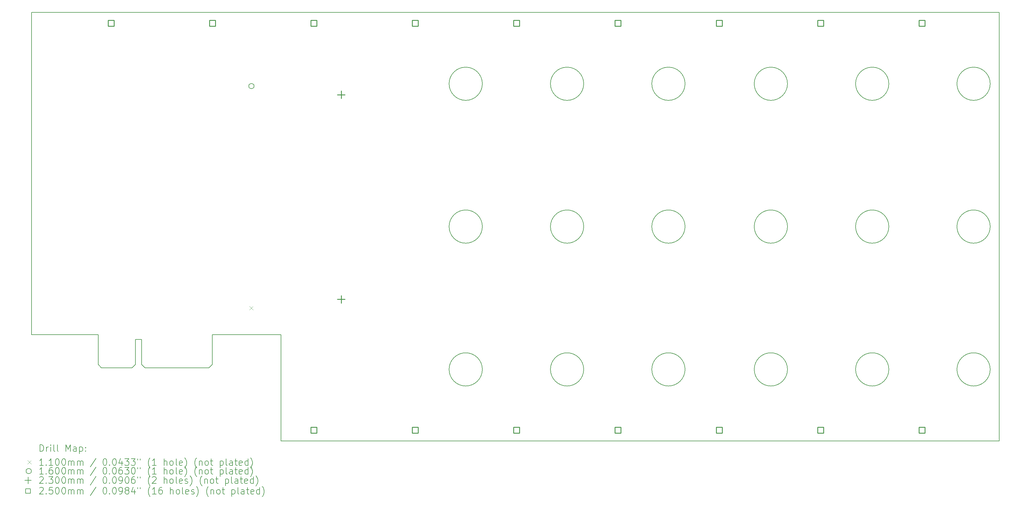
<source format=gbr>
%TF.GenerationSoftware,KiCad,Pcbnew,6.0.7-f9a2dced07~116~ubuntu22.04.1*%
%TF.CreationDate,2023-05-31T10:56:23+01:00*%
%TF.ProjectId,hiltop_backplane_brd,68696c74-6f70-45f6-9261-636b706c616e,A*%
%TF.SameCoordinates,Original*%
%TF.FileFunction,Drillmap*%
%TF.FilePolarity,Positive*%
%FSLAX45Y45*%
G04 Gerber Fmt 4.5, Leading zero omitted, Abs format (unit mm)*
G04 Created by KiCad (PCBNEW 6.0.7-f9a2dced07~116~ubuntu22.04.1) date 2023-05-31 10:56:23*
%MOMM*%
%LPD*%
G01*
G04 APERTURE LIST*
%ADD10C,0.150000*%
%ADD11C,0.200000*%
%ADD12C,0.110000*%
%ADD13C,0.160000*%
%ADD14C,0.230000*%
%ADD15C,0.250000*%
G04 APERTURE END LIST*
D10*
X17984000Y-5070000D02*
G75*
G03*
X17984000Y-5070000I-500000J0D01*
G01*
X21032000Y-5070000D02*
G75*
G03*
X21032000Y-5070000I-500000J0D01*
G01*
X24080000Y-5070000D02*
G75*
G03*
X24080000Y-5070000I-500000J0D01*
G01*
X21032000Y-9370000D02*
G75*
G03*
X21032000Y-9370000I-500000J0D01*
G01*
X24080000Y-9370000D02*
G75*
G03*
X24080000Y-9370000I-500000J0D01*
G01*
X17984000Y-13670000D02*
G75*
G03*
X17984000Y-13670000I-500000J0D01*
G01*
X21032000Y-13670000D02*
G75*
G03*
X21032000Y-13670000I-500000J0D01*
G01*
X24080000Y-13670000D02*
G75*
G03*
X24080000Y-13670000I-500000J0D01*
G01*
X17984000Y-9370000D02*
G75*
G03*
X17984000Y-9370000I-500000J0D01*
G01*
X27160000Y-13670000D02*
G75*
G03*
X27160000Y-13670000I-500000J0D01*
G01*
X6530000Y-13620000D02*
X7450000Y-13620000D01*
X7550000Y-13520000D02*
X7550000Y-12770000D01*
X9860000Y-12620000D02*
X11930000Y-12620000D01*
X30208000Y-13670000D02*
G75*
G03*
X30208000Y-13670000I-500000J0D01*
G01*
X33256000Y-9370000D02*
G75*
G03*
X33256000Y-9370000I-500000J0D01*
G01*
X7550000Y-13520000D02*
X7450000Y-13620000D01*
X9760000Y-13620000D02*
X9860000Y-13520000D01*
X33256000Y-5070000D02*
G75*
G03*
X33256000Y-5070000I-500000J0D01*
G01*
X27160000Y-5070000D02*
G75*
G03*
X27160000Y-5070000I-500000J0D01*
G01*
X30208000Y-9370000D02*
G75*
G03*
X30208000Y-9370000I-500000J0D01*
G01*
X4430000Y-2920000D02*
X33530000Y-2920000D01*
X6430000Y-13520000D02*
X6430000Y-12620000D01*
X27160000Y-9370000D02*
G75*
G03*
X27160000Y-9370000I-500000J0D01*
G01*
X33256000Y-13670000D02*
G75*
G03*
X33256000Y-13670000I-500000J0D01*
G01*
X7740000Y-13520000D02*
X7840000Y-13620000D01*
X11930000Y-13620000D02*
X11930000Y-15820000D01*
X4430000Y-12620000D02*
X4430000Y-2920000D01*
X11930000Y-12620000D02*
X11930000Y-13620000D01*
X7840000Y-13620000D02*
X9760000Y-13620000D01*
X6430000Y-13520000D02*
X6530000Y-13620000D01*
X7550000Y-12770000D02*
X7740000Y-12770000D01*
X9860000Y-13520000D02*
X9860000Y-12770000D01*
X33530000Y-2920000D02*
X33530000Y-15820000D01*
X30208000Y-5070000D02*
G75*
G03*
X30208000Y-5070000I-500000J0D01*
G01*
X9860000Y-12770000D02*
X9860000Y-12620000D01*
X33530000Y-15820000D02*
X11930000Y-15820000D01*
X7740000Y-12770000D02*
X7740000Y-13520000D01*
X6430000Y-12620000D02*
X4430000Y-12620000D01*
D11*
D12*
X10985000Y-11765000D02*
X11095000Y-11875000D01*
X11095000Y-11765000D02*
X10985000Y-11875000D01*
D13*
X11120000Y-5140000D02*
G75*
G03*
X11120000Y-5140000I-80000J0D01*
G01*
D14*
X13740000Y-5285000D02*
X13740000Y-5515000D01*
X13625000Y-5400000D02*
X13855000Y-5400000D01*
X13740000Y-11445000D02*
X13740000Y-11675000D01*
X13625000Y-11560000D02*
X13855000Y-11560000D01*
D15*
X6904389Y-3333389D02*
X6904389Y-3156611D01*
X6727611Y-3156611D01*
X6727611Y-3333389D01*
X6904389Y-3333389D01*
X9952389Y-3333389D02*
X9952389Y-3156611D01*
X9775611Y-3156611D01*
X9775611Y-3333389D01*
X9952389Y-3333389D01*
X13000389Y-3333389D02*
X13000389Y-3156611D01*
X12823611Y-3156611D01*
X12823611Y-3333389D01*
X13000389Y-3333389D01*
X13000389Y-15583389D02*
X13000389Y-15406611D01*
X12823611Y-15406611D01*
X12823611Y-15583389D01*
X13000389Y-15583389D01*
X16048389Y-3333389D02*
X16048389Y-3156611D01*
X15871611Y-3156611D01*
X15871611Y-3333389D01*
X16048389Y-3333389D01*
X16048389Y-15583389D02*
X16048389Y-15406611D01*
X15871611Y-15406611D01*
X15871611Y-15583389D01*
X16048389Y-15583389D01*
X19096389Y-3333389D02*
X19096389Y-3156611D01*
X18919611Y-3156611D01*
X18919611Y-3333389D01*
X19096389Y-3333389D01*
X19096389Y-15583389D02*
X19096389Y-15406611D01*
X18919611Y-15406611D01*
X18919611Y-15583389D01*
X19096389Y-15583389D01*
X22144389Y-3333389D02*
X22144389Y-3156611D01*
X21967611Y-3156611D01*
X21967611Y-3333389D01*
X22144389Y-3333389D01*
X22144389Y-15583389D02*
X22144389Y-15406611D01*
X21967611Y-15406611D01*
X21967611Y-15583389D01*
X22144389Y-15583389D01*
X25192389Y-3333389D02*
X25192389Y-3156611D01*
X25015611Y-3156611D01*
X25015611Y-3333389D01*
X25192389Y-3333389D01*
X25192389Y-15583389D02*
X25192389Y-15406611D01*
X25015611Y-15406611D01*
X25015611Y-15583389D01*
X25192389Y-15583389D01*
X28240389Y-3333389D02*
X28240389Y-3156611D01*
X28063611Y-3156611D01*
X28063611Y-3333389D01*
X28240389Y-3333389D01*
X28240389Y-15583389D02*
X28240389Y-15406611D01*
X28063611Y-15406611D01*
X28063611Y-15583389D01*
X28240389Y-15583389D01*
X31288389Y-3333389D02*
X31288389Y-3156611D01*
X31111611Y-3156611D01*
X31111611Y-3333389D01*
X31288389Y-3333389D01*
X31288389Y-15583389D02*
X31288389Y-15406611D01*
X31111611Y-15406611D01*
X31111611Y-15583389D01*
X31288389Y-15583389D01*
D11*
X4680119Y-16137976D02*
X4680119Y-15937976D01*
X4727738Y-15937976D01*
X4756310Y-15947500D01*
X4775357Y-15966548D01*
X4784881Y-15985595D01*
X4794405Y-16023690D01*
X4794405Y-16052262D01*
X4784881Y-16090357D01*
X4775357Y-16109405D01*
X4756310Y-16128452D01*
X4727738Y-16137976D01*
X4680119Y-16137976D01*
X4880119Y-16137976D02*
X4880119Y-16004643D01*
X4880119Y-16042738D02*
X4889643Y-16023690D01*
X4899167Y-16014167D01*
X4918214Y-16004643D01*
X4937262Y-16004643D01*
X5003929Y-16137976D02*
X5003929Y-16004643D01*
X5003929Y-15937976D02*
X4994405Y-15947500D01*
X5003929Y-15957024D01*
X5013452Y-15947500D01*
X5003929Y-15937976D01*
X5003929Y-15957024D01*
X5127738Y-16137976D02*
X5108690Y-16128452D01*
X5099167Y-16109405D01*
X5099167Y-15937976D01*
X5232500Y-16137976D02*
X5213452Y-16128452D01*
X5203929Y-16109405D01*
X5203929Y-15937976D01*
X5461071Y-16137976D02*
X5461071Y-15937976D01*
X5527738Y-16080833D01*
X5594405Y-15937976D01*
X5594405Y-16137976D01*
X5775357Y-16137976D02*
X5775357Y-16033214D01*
X5765833Y-16014167D01*
X5746786Y-16004643D01*
X5708690Y-16004643D01*
X5689643Y-16014167D01*
X5775357Y-16128452D02*
X5756309Y-16137976D01*
X5708690Y-16137976D01*
X5689643Y-16128452D01*
X5680119Y-16109405D01*
X5680119Y-16090357D01*
X5689643Y-16071309D01*
X5708690Y-16061786D01*
X5756309Y-16061786D01*
X5775357Y-16052262D01*
X5870595Y-16004643D02*
X5870595Y-16204643D01*
X5870595Y-16014167D02*
X5889643Y-16004643D01*
X5927738Y-16004643D01*
X5946786Y-16014167D01*
X5956309Y-16023690D01*
X5965833Y-16042738D01*
X5965833Y-16099881D01*
X5956309Y-16118928D01*
X5946786Y-16128452D01*
X5927738Y-16137976D01*
X5889643Y-16137976D01*
X5870595Y-16128452D01*
X6051548Y-16118928D02*
X6061071Y-16128452D01*
X6051548Y-16137976D01*
X6042024Y-16128452D01*
X6051548Y-16118928D01*
X6051548Y-16137976D01*
X6051548Y-16014167D02*
X6061071Y-16023690D01*
X6051548Y-16033214D01*
X6042024Y-16023690D01*
X6051548Y-16014167D01*
X6051548Y-16033214D01*
D12*
X4312500Y-16412500D02*
X4422500Y-16522500D01*
X4422500Y-16412500D02*
X4312500Y-16522500D01*
D11*
X4784881Y-16557976D02*
X4670595Y-16557976D01*
X4727738Y-16557976D02*
X4727738Y-16357976D01*
X4708690Y-16386548D01*
X4689643Y-16405595D01*
X4670595Y-16415119D01*
X4870595Y-16538928D02*
X4880119Y-16548452D01*
X4870595Y-16557976D01*
X4861071Y-16548452D01*
X4870595Y-16538928D01*
X4870595Y-16557976D01*
X5070595Y-16557976D02*
X4956310Y-16557976D01*
X5013452Y-16557976D02*
X5013452Y-16357976D01*
X4994405Y-16386548D01*
X4975357Y-16405595D01*
X4956310Y-16415119D01*
X5194405Y-16357976D02*
X5213452Y-16357976D01*
X5232500Y-16367500D01*
X5242024Y-16377024D01*
X5251548Y-16396071D01*
X5261071Y-16434167D01*
X5261071Y-16481786D01*
X5251548Y-16519881D01*
X5242024Y-16538928D01*
X5232500Y-16548452D01*
X5213452Y-16557976D01*
X5194405Y-16557976D01*
X5175357Y-16548452D01*
X5165833Y-16538928D01*
X5156310Y-16519881D01*
X5146786Y-16481786D01*
X5146786Y-16434167D01*
X5156310Y-16396071D01*
X5165833Y-16377024D01*
X5175357Y-16367500D01*
X5194405Y-16357976D01*
X5384881Y-16357976D02*
X5403929Y-16357976D01*
X5422976Y-16367500D01*
X5432500Y-16377024D01*
X5442024Y-16396071D01*
X5451548Y-16434167D01*
X5451548Y-16481786D01*
X5442024Y-16519881D01*
X5432500Y-16538928D01*
X5422976Y-16548452D01*
X5403929Y-16557976D01*
X5384881Y-16557976D01*
X5365833Y-16548452D01*
X5356310Y-16538928D01*
X5346786Y-16519881D01*
X5337262Y-16481786D01*
X5337262Y-16434167D01*
X5346786Y-16396071D01*
X5356310Y-16377024D01*
X5365833Y-16367500D01*
X5384881Y-16357976D01*
X5537262Y-16557976D02*
X5537262Y-16424643D01*
X5537262Y-16443690D02*
X5546786Y-16434167D01*
X5565833Y-16424643D01*
X5594405Y-16424643D01*
X5613452Y-16434167D01*
X5622976Y-16453214D01*
X5622976Y-16557976D01*
X5622976Y-16453214D02*
X5632500Y-16434167D01*
X5651548Y-16424643D01*
X5680119Y-16424643D01*
X5699167Y-16434167D01*
X5708690Y-16453214D01*
X5708690Y-16557976D01*
X5803928Y-16557976D02*
X5803928Y-16424643D01*
X5803928Y-16443690D02*
X5813452Y-16434167D01*
X5832500Y-16424643D01*
X5861071Y-16424643D01*
X5880119Y-16434167D01*
X5889643Y-16453214D01*
X5889643Y-16557976D01*
X5889643Y-16453214D02*
X5899167Y-16434167D01*
X5918214Y-16424643D01*
X5946786Y-16424643D01*
X5965833Y-16434167D01*
X5975357Y-16453214D01*
X5975357Y-16557976D01*
X6365833Y-16348452D02*
X6194405Y-16605595D01*
X6622976Y-16357976D02*
X6642024Y-16357976D01*
X6661071Y-16367500D01*
X6670595Y-16377024D01*
X6680119Y-16396071D01*
X6689643Y-16434167D01*
X6689643Y-16481786D01*
X6680119Y-16519881D01*
X6670595Y-16538928D01*
X6661071Y-16548452D01*
X6642024Y-16557976D01*
X6622976Y-16557976D01*
X6603928Y-16548452D01*
X6594405Y-16538928D01*
X6584881Y-16519881D01*
X6575357Y-16481786D01*
X6575357Y-16434167D01*
X6584881Y-16396071D01*
X6594405Y-16377024D01*
X6603928Y-16367500D01*
X6622976Y-16357976D01*
X6775357Y-16538928D02*
X6784881Y-16548452D01*
X6775357Y-16557976D01*
X6765833Y-16548452D01*
X6775357Y-16538928D01*
X6775357Y-16557976D01*
X6908690Y-16357976D02*
X6927738Y-16357976D01*
X6946786Y-16367500D01*
X6956309Y-16377024D01*
X6965833Y-16396071D01*
X6975357Y-16434167D01*
X6975357Y-16481786D01*
X6965833Y-16519881D01*
X6956309Y-16538928D01*
X6946786Y-16548452D01*
X6927738Y-16557976D01*
X6908690Y-16557976D01*
X6889643Y-16548452D01*
X6880119Y-16538928D01*
X6870595Y-16519881D01*
X6861071Y-16481786D01*
X6861071Y-16434167D01*
X6870595Y-16396071D01*
X6880119Y-16377024D01*
X6889643Y-16367500D01*
X6908690Y-16357976D01*
X7146786Y-16424643D02*
X7146786Y-16557976D01*
X7099167Y-16348452D02*
X7051548Y-16491309D01*
X7175357Y-16491309D01*
X7232500Y-16357976D02*
X7356309Y-16357976D01*
X7289643Y-16434167D01*
X7318214Y-16434167D01*
X7337262Y-16443690D01*
X7346786Y-16453214D01*
X7356309Y-16472262D01*
X7356309Y-16519881D01*
X7346786Y-16538928D01*
X7337262Y-16548452D01*
X7318214Y-16557976D01*
X7261071Y-16557976D01*
X7242024Y-16548452D01*
X7232500Y-16538928D01*
X7422976Y-16357976D02*
X7546786Y-16357976D01*
X7480119Y-16434167D01*
X7508690Y-16434167D01*
X7527738Y-16443690D01*
X7537262Y-16453214D01*
X7546786Y-16472262D01*
X7546786Y-16519881D01*
X7537262Y-16538928D01*
X7527738Y-16548452D01*
X7508690Y-16557976D01*
X7451548Y-16557976D01*
X7432500Y-16548452D01*
X7422976Y-16538928D01*
X7622976Y-16357976D02*
X7622976Y-16396071D01*
X7699167Y-16357976D02*
X7699167Y-16396071D01*
X7994405Y-16634167D02*
X7984881Y-16624643D01*
X7965833Y-16596071D01*
X7956309Y-16577024D01*
X7946786Y-16548452D01*
X7937262Y-16500833D01*
X7937262Y-16462738D01*
X7946786Y-16415119D01*
X7956309Y-16386548D01*
X7965833Y-16367500D01*
X7984881Y-16338928D01*
X7994405Y-16329405D01*
X8175357Y-16557976D02*
X8061071Y-16557976D01*
X8118214Y-16557976D02*
X8118214Y-16357976D01*
X8099167Y-16386548D01*
X8080119Y-16405595D01*
X8061071Y-16415119D01*
X8413452Y-16557976D02*
X8413452Y-16357976D01*
X8499167Y-16557976D02*
X8499167Y-16453214D01*
X8489643Y-16434167D01*
X8470595Y-16424643D01*
X8442024Y-16424643D01*
X8422976Y-16434167D01*
X8413452Y-16443690D01*
X8622976Y-16557976D02*
X8603929Y-16548452D01*
X8594405Y-16538928D01*
X8584881Y-16519881D01*
X8584881Y-16462738D01*
X8594405Y-16443690D01*
X8603929Y-16434167D01*
X8622976Y-16424643D01*
X8651548Y-16424643D01*
X8670595Y-16434167D01*
X8680119Y-16443690D01*
X8689643Y-16462738D01*
X8689643Y-16519881D01*
X8680119Y-16538928D01*
X8670595Y-16548452D01*
X8651548Y-16557976D01*
X8622976Y-16557976D01*
X8803929Y-16557976D02*
X8784881Y-16548452D01*
X8775357Y-16529405D01*
X8775357Y-16357976D01*
X8956310Y-16548452D02*
X8937262Y-16557976D01*
X8899167Y-16557976D01*
X8880119Y-16548452D01*
X8870595Y-16529405D01*
X8870595Y-16453214D01*
X8880119Y-16434167D01*
X8899167Y-16424643D01*
X8937262Y-16424643D01*
X8956310Y-16434167D01*
X8965833Y-16453214D01*
X8965833Y-16472262D01*
X8870595Y-16491309D01*
X9032500Y-16634167D02*
X9042024Y-16624643D01*
X9061071Y-16596071D01*
X9070595Y-16577024D01*
X9080119Y-16548452D01*
X9089643Y-16500833D01*
X9089643Y-16462738D01*
X9080119Y-16415119D01*
X9070595Y-16386548D01*
X9061071Y-16367500D01*
X9042024Y-16338928D01*
X9032500Y-16329405D01*
X9394405Y-16634167D02*
X9384881Y-16624643D01*
X9365833Y-16596071D01*
X9356310Y-16577024D01*
X9346786Y-16548452D01*
X9337262Y-16500833D01*
X9337262Y-16462738D01*
X9346786Y-16415119D01*
X9356310Y-16386548D01*
X9365833Y-16367500D01*
X9384881Y-16338928D01*
X9394405Y-16329405D01*
X9470595Y-16424643D02*
X9470595Y-16557976D01*
X9470595Y-16443690D02*
X9480119Y-16434167D01*
X9499167Y-16424643D01*
X9527738Y-16424643D01*
X9546786Y-16434167D01*
X9556310Y-16453214D01*
X9556310Y-16557976D01*
X9680119Y-16557976D02*
X9661071Y-16548452D01*
X9651548Y-16538928D01*
X9642024Y-16519881D01*
X9642024Y-16462738D01*
X9651548Y-16443690D01*
X9661071Y-16434167D01*
X9680119Y-16424643D01*
X9708690Y-16424643D01*
X9727738Y-16434167D01*
X9737262Y-16443690D01*
X9746786Y-16462738D01*
X9746786Y-16519881D01*
X9737262Y-16538928D01*
X9727738Y-16548452D01*
X9708690Y-16557976D01*
X9680119Y-16557976D01*
X9803929Y-16424643D02*
X9880119Y-16424643D01*
X9832500Y-16357976D02*
X9832500Y-16529405D01*
X9842024Y-16548452D01*
X9861071Y-16557976D01*
X9880119Y-16557976D01*
X10099167Y-16424643D02*
X10099167Y-16624643D01*
X10099167Y-16434167D02*
X10118214Y-16424643D01*
X10156310Y-16424643D01*
X10175357Y-16434167D01*
X10184881Y-16443690D01*
X10194405Y-16462738D01*
X10194405Y-16519881D01*
X10184881Y-16538928D01*
X10175357Y-16548452D01*
X10156310Y-16557976D01*
X10118214Y-16557976D01*
X10099167Y-16548452D01*
X10308690Y-16557976D02*
X10289643Y-16548452D01*
X10280119Y-16529405D01*
X10280119Y-16357976D01*
X10470595Y-16557976D02*
X10470595Y-16453214D01*
X10461071Y-16434167D01*
X10442024Y-16424643D01*
X10403929Y-16424643D01*
X10384881Y-16434167D01*
X10470595Y-16548452D02*
X10451548Y-16557976D01*
X10403929Y-16557976D01*
X10384881Y-16548452D01*
X10375357Y-16529405D01*
X10375357Y-16510357D01*
X10384881Y-16491309D01*
X10403929Y-16481786D01*
X10451548Y-16481786D01*
X10470595Y-16472262D01*
X10537262Y-16424643D02*
X10613452Y-16424643D01*
X10565833Y-16357976D02*
X10565833Y-16529405D01*
X10575357Y-16548452D01*
X10594405Y-16557976D01*
X10613452Y-16557976D01*
X10756310Y-16548452D02*
X10737262Y-16557976D01*
X10699167Y-16557976D01*
X10680119Y-16548452D01*
X10670595Y-16529405D01*
X10670595Y-16453214D01*
X10680119Y-16434167D01*
X10699167Y-16424643D01*
X10737262Y-16424643D01*
X10756310Y-16434167D01*
X10765833Y-16453214D01*
X10765833Y-16472262D01*
X10670595Y-16491309D01*
X10937262Y-16557976D02*
X10937262Y-16357976D01*
X10937262Y-16548452D02*
X10918214Y-16557976D01*
X10880119Y-16557976D01*
X10861071Y-16548452D01*
X10851548Y-16538928D01*
X10842024Y-16519881D01*
X10842024Y-16462738D01*
X10851548Y-16443690D01*
X10861071Y-16434167D01*
X10880119Y-16424643D01*
X10918214Y-16424643D01*
X10937262Y-16434167D01*
X11013452Y-16634167D02*
X11022976Y-16624643D01*
X11042024Y-16596071D01*
X11051548Y-16577024D01*
X11061071Y-16548452D01*
X11070595Y-16500833D01*
X11070595Y-16462738D01*
X11061071Y-16415119D01*
X11051548Y-16386548D01*
X11042024Y-16367500D01*
X11022976Y-16338928D01*
X11013452Y-16329405D01*
D13*
X4422500Y-16731500D02*
G75*
G03*
X4422500Y-16731500I-80000J0D01*
G01*
D11*
X4784881Y-16821976D02*
X4670595Y-16821976D01*
X4727738Y-16821976D02*
X4727738Y-16621976D01*
X4708690Y-16650548D01*
X4689643Y-16669595D01*
X4670595Y-16679119D01*
X4870595Y-16802929D02*
X4880119Y-16812452D01*
X4870595Y-16821976D01*
X4861071Y-16812452D01*
X4870595Y-16802929D01*
X4870595Y-16821976D01*
X5051548Y-16621976D02*
X5013452Y-16621976D01*
X4994405Y-16631500D01*
X4984881Y-16641024D01*
X4965833Y-16669595D01*
X4956310Y-16707690D01*
X4956310Y-16783881D01*
X4965833Y-16802929D01*
X4975357Y-16812452D01*
X4994405Y-16821976D01*
X5032500Y-16821976D01*
X5051548Y-16812452D01*
X5061071Y-16802929D01*
X5070595Y-16783881D01*
X5070595Y-16736262D01*
X5061071Y-16717214D01*
X5051548Y-16707690D01*
X5032500Y-16698167D01*
X4994405Y-16698167D01*
X4975357Y-16707690D01*
X4965833Y-16717214D01*
X4956310Y-16736262D01*
X5194405Y-16621976D02*
X5213452Y-16621976D01*
X5232500Y-16631500D01*
X5242024Y-16641024D01*
X5251548Y-16660071D01*
X5261071Y-16698167D01*
X5261071Y-16745786D01*
X5251548Y-16783881D01*
X5242024Y-16802929D01*
X5232500Y-16812452D01*
X5213452Y-16821976D01*
X5194405Y-16821976D01*
X5175357Y-16812452D01*
X5165833Y-16802929D01*
X5156310Y-16783881D01*
X5146786Y-16745786D01*
X5146786Y-16698167D01*
X5156310Y-16660071D01*
X5165833Y-16641024D01*
X5175357Y-16631500D01*
X5194405Y-16621976D01*
X5384881Y-16621976D02*
X5403929Y-16621976D01*
X5422976Y-16631500D01*
X5432500Y-16641024D01*
X5442024Y-16660071D01*
X5451548Y-16698167D01*
X5451548Y-16745786D01*
X5442024Y-16783881D01*
X5432500Y-16802929D01*
X5422976Y-16812452D01*
X5403929Y-16821976D01*
X5384881Y-16821976D01*
X5365833Y-16812452D01*
X5356310Y-16802929D01*
X5346786Y-16783881D01*
X5337262Y-16745786D01*
X5337262Y-16698167D01*
X5346786Y-16660071D01*
X5356310Y-16641024D01*
X5365833Y-16631500D01*
X5384881Y-16621976D01*
X5537262Y-16821976D02*
X5537262Y-16688643D01*
X5537262Y-16707690D02*
X5546786Y-16698167D01*
X5565833Y-16688643D01*
X5594405Y-16688643D01*
X5613452Y-16698167D01*
X5622976Y-16717214D01*
X5622976Y-16821976D01*
X5622976Y-16717214D02*
X5632500Y-16698167D01*
X5651548Y-16688643D01*
X5680119Y-16688643D01*
X5699167Y-16698167D01*
X5708690Y-16717214D01*
X5708690Y-16821976D01*
X5803928Y-16821976D02*
X5803928Y-16688643D01*
X5803928Y-16707690D02*
X5813452Y-16698167D01*
X5832500Y-16688643D01*
X5861071Y-16688643D01*
X5880119Y-16698167D01*
X5889643Y-16717214D01*
X5889643Y-16821976D01*
X5889643Y-16717214D02*
X5899167Y-16698167D01*
X5918214Y-16688643D01*
X5946786Y-16688643D01*
X5965833Y-16698167D01*
X5975357Y-16717214D01*
X5975357Y-16821976D01*
X6365833Y-16612452D02*
X6194405Y-16869595D01*
X6622976Y-16621976D02*
X6642024Y-16621976D01*
X6661071Y-16631500D01*
X6670595Y-16641024D01*
X6680119Y-16660071D01*
X6689643Y-16698167D01*
X6689643Y-16745786D01*
X6680119Y-16783881D01*
X6670595Y-16802929D01*
X6661071Y-16812452D01*
X6642024Y-16821976D01*
X6622976Y-16821976D01*
X6603928Y-16812452D01*
X6594405Y-16802929D01*
X6584881Y-16783881D01*
X6575357Y-16745786D01*
X6575357Y-16698167D01*
X6584881Y-16660071D01*
X6594405Y-16641024D01*
X6603928Y-16631500D01*
X6622976Y-16621976D01*
X6775357Y-16802929D02*
X6784881Y-16812452D01*
X6775357Y-16821976D01*
X6765833Y-16812452D01*
X6775357Y-16802929D01*
X6775357Y-16821976D01*
X6908690Y-16621976D02*
X6927738Y-16621976D01*
X6946786Y-16631500D01*
X6956309Y-16641024D01*
X6965833Y-16660071D01*
X6975357Y-16698167D01*
X6975357Y-16745786D01*
X6965833Y-16783881D01*
X6956309Y-16802929D01*
X6946786Y-16812452D01*
X6927738Y-16821976D01*
X6908690Y-16821976D01*
X6889643Y-16812452D01*
X6880119Y-16802929D01*
X6870595Y-16783881D01*
X6861071Y-16745786D01*
X6861071Y-16698167D01*
X6870595Y-16660071D01*
X6880119Y-16641024D01*
X6889643Y-16631500D01*
X6908690Y-16621976D01*
X7146786Y-16621976D02*
X7108690Y-16621976D01*
X7089643Y-16631500D01*
X7080119Y-16641024D01*
X7061071Y-16669595D01*
X7051548Y-16707690D01*
X7051548Y-16783881D01*
X7061071Y-16802929D01*
X7070595Y-16812452D01*
X7089643Y-16821976D01*
X7127738Y-16821976D01*
X7146786Y-16812452D01*
X7156309Y-16802929D01*
X7165833Y-16783881D01*
X7165833Y-16736262D01*
X7156309Y-16717214D01*
X7146786Y-16707690D01*
X7127738Y-16698167D01*
X7089643Y-16698167D01*
X7070595Y-16707690D01*
X7061071Y-16717214D01*
X7051548Y-16736262D01*
X7232500Y-16621976D02*
X7356309Y-16621976D01*
X7289643Y-16698167D01*
X7318214Y-16698167D01*
X7337262Y-16707690D01*
X7346786Y-16717214D01*
X7356309Y-16736262D01*
X7356309Y-16783881D01*
X7346786Y-16802929D01*
X7337262Y-16812452D01*
X7318214Y-16821976D01*
X7261071Y-16821976D01*
X7242024Y-16812452D01*
X7232500Y-16802929D01*
X7480119Y-16621976D02*
X7499167Y-16621976D01*
X7518214Y-16631500D01*
X7527738Y-16641024D01*
X7537262Y-16660071D01*
X7546786Y-16698167D01*
X7546786Y-16745786D01*
X7537262Y-16783881D01*
X7527738Y-16802929D01*
X7518214Y-16812452D01*
X7499167Y-16821976D01*
X7480119Y-16821976D01*
X7461071Y-16812452D01*
X7451548Y-16802929D01*
X7442024Y-16783881D01*
X7432500Y-16745786D01*
X7432500Y-16698167D01*
X7442024Y-16660071D01*
X7451548Y-16641024D01*
X7461071Y-16631500D01*
X7480119Y-16621976D01*
X7622976Y-16621976D02*
X7622976Y-16660071D01*
X7699167Y-16621976D02*
X7699167Y-16660071D01*
X7994405Y-16898167D02*
X7984881Y-16888643D01*
X7965833Y-16860071D01*
X7956309Y-16841024D01*
X7946786Y-16812452D01*
X7937262Y-16764833D01*
X7937262Y-16726738D01*
X7946786Y-16679119D01*
X7956309Y-16650548D01*
X7965833Y-16631500D01*
X7984881Y-16602928D01*
X7994405Y-16593405D01*
X8175357Y-16821976D02*
X8061071Y-16821976D01*
X8118214Y-16821976D02*
X8118214Y-16621976D01*
X8099167Y-16650548D01*
X8080119Y-16669595D01*
X8061071Y-16679119D01*
X8413452Y-16821976D02*
X8413452Y-16621976D01*
X8499167Y-16821976D02*
X8499167Y-16717214D01*
X8489643Y-16698167D01*
X8470595Y-16688643D01*
X8442024Y-16688643D01*
X8422976Y-16698167D01*
X8413452Y-16707690D01*
X8622976Y-16821976D02*
X8603929Y-16812452D01*
X8594405Y-16802929D01*
X8584881Y-16783881D01*
X8584881Y-16726738D01*
X8594405Y-16707690D01*
X8603929Y-16698167D01*
X8622976Y-16688643D01*
X8651548Y-16688643D01*
X8670595Y-16698167D01*
X8680119Y-16707690D01*
X8689643Y-16726738D01*
X8689643Y-16783881D01*
X8680119Y-16802929D01*
X8670595Y-16812452D01*
X8651548Y-16821976D01*
X8622976Y-16821976D01*
X8803929Y-16821976D02*
X8784881Y-16812452D01*
X8775357Y-16793405D01*
X8775357Y-16621976D01*
X8956310Y-16812452D02*
X8937262Y-16821976D01*
X8899167Y-16821976D01*
X8880119Y-16812452D01*
X8870595Y-16793405D01*
X8870595Y-16717214D01*
X8880119Y-16698167D01*
X8899167Y-16688643D01*
X8937262Y-16688643D01*
X8956310Y-16698167D01*
X8965833Y-16717214D01*
X8965833Y-16736262D01*
X8870595Y-16755309D01*
X9032500Y-16898167D02*
X9042024Y-16888643D01*
X9061071Y-16860071D01*
X9070595Y-16841024D01*
X9080119Y-16812452D01*
X9089643Y-16764833D01*
X9089643Y-16726738D01*
X9080119Y-16679119D01*
X9070595Y-16650548D01*
X9061071Y-16631500D01*
X9042024Y-16602928D01*
X9032500Y-16593405D01*
X9394405Y-16898167D02*
X9384881Y-16888643D01*
X9365833Y-16860071D01*
X9356310Y-16841024D01*
X9346786Y-16812452D01*
X9337262Y-16764833D01*
X9337262Y-16726738D01*
X9346786Y-16679119D01*
X9356310Y-16650548D01*
X9365833Y-16631500D01*
X9384881Y-16602928D01*
X9394405Y-16593405D01*
X9470595Y-16688643D02*
X9470595Y-16821976D01*
X9470595Y-16707690D02*
X9480119Y-16698167D01*
X9499167Y-16688643D01*
X9527738Y-16688643D01*
X9546786Y-16698167D01*
X9556310Y-16717214D01*
X9556310Y-16821976D01*
X9680119Y-16821976D02*
X9661071Y-16812452D01*
X9651548Y-16802929D01*
X9642024Y-16783881D01*
X9642024Y-16726738D01*
X9651548Y-16707690D01*
X9661071Y-16698167D01*
X9680119Y-16688643D01*
X9708690Y-16688643D01*
X9727738Y-16698167D01*
X9737262Y-16707690D01*
X9746786Y-16726738D01*
X9746786Y-16783881D01*
X9737262Y-16802929D01*
X9727738Y-16812452D01*
X9708690Y-16821976D01*
X9680119Y-16821976D01*
X9803929Y-16688643D02*
X9880119Y-16688643D01*
X9832500Y-16621976D02*
X9832500Y-16793405D01*
X9842024Y-16812452D01*
X9861071Y-16821976D01*
X9880119Y-16821976D01*
X10099167Y-16688643D02*
X10099167Y-16888643D01*
X10099167Y-16698167D02*
X10118214Y-16688643D01*
X10156310Y-16688643D01*
X10175357Y-16698167D01*
X10184881Y-16707690D01*
X10194405Y-16726738D01*
X10194405Y-16783881D01*
X10184881Y-16802929D01*
X10175357Y-16812452D01*
X10156310Y-16821976D01*
X10118214Y-16821976D01*
X10099167Y-16812452D01*
X10308690Y-16821976D02*
X10289643Y-16812452D01*
X10280119Y-16793405D01*
X10280119Y-16621976D01*
X10470595Y-16821976D02*
X10470595Y-16717214D01*
X10461071Y-16698167D01*
X10442024Y-16688643D01*
X10403929Y-16688643D01*
X10384881Y-16698167D01*
X10470595Y-16812452D02*
X10451548Y-16821976D01*
X10403929Y-16821976D01*
X10384881Y-16812452D01*
X10375357Y-16793405D01*
X10375357Y-16774357D01*
X10384881Y-16755309D01*
X10403929Y-16745786D01*
X10451548Y-16745786D01*
X10470595Y-16736262D01*
X10537262Y-16688643D02*
X10613452Y-16688643D01*
X10565833Y-16621976D02*
X10565833Y-16793405D01*
X10575357Y-16812452D01*
X10594405Y-16821976D01*
X10613452Y-16821976D01*
X10756310Y-16812452D02*
X10737262Y-16821976D01*
X10699167Y-16821976D01*
X10680119Y-16812452D01*
X10670595Y-16793405D01*
X10670595Y-16717214D01*
X10680119Y-16698167D01*
X10699167Y-16688643D01*
X10737262Y-16688643D01*
X10756310Y-16698167D01*
X10765833Y-16717214D01*
X10765833Y-16736262D01*
X10670595Y-16755309D01*
X10937262Y-16821976D02*
X10937262Y-16621976D01*
X10937262Y-16812452D02*
X10918214Y-16821976D01*
X10880119Y-16821976D01*
X10861071Y-16812452D01*
X10851548Y-16802929D01*
X10842024Y-16783881D01*
X10842024Y-16726738D01*
X10851548Y-16707690D01*
X10861071Y-16698167D01*
X10880119Y-16688643D01*
X10918214Y-16688643D01*
X10937262Y-16698167D01*
X11013452Y-16898167D02*
X11022976Y-16888643D01*
X11042024Y-16860071D01*
X11051548Y-16841024D01*
X11061071Y-16812452D01*
X11070595Y-16764833D01*
X11070595Y-16726738D01*
X11061071Y-16679119D01*
X11051548Y-16650548D01*
X11042024Y-16631500D01*
X11022976Y-16602928D01*
X11013452Y-16593405D01*
X4322500Y-16911500D02*
X4322500Y-17111500D01*
X4222500Y-17011500D02*
X4422500Y-17011500D01*
X4670595Y-16921024D02*
X4680119Y-16911500D01*
X4699167Y-16901976D01*
X4746786Y-16901976D01*
X4765833Y-16911500D01*
X4775357Y-16921024D01*
X4784881Y-16940071D01*
X4784881Y-16959119D01*
X4775357Y-16987690D01*
X4661071Y-17101976D01*
X4784881Y-17101976D01*
X4870595Y-17082929D02*
X4880119Y-17092452D01*
X4870595Y-17101976D01*
X4861071Y-17092452D01*
X4870595Y-17082929D01*
X4870595Y-17101976D01*
X4946786Y-16901976D02*
X5070595Y-16901976D01*
X5003929Y-16978167D01*
X5032500Y-16978167D01*
X5051548Y-16987690D01*
X5061071Y-16997214D01*
X5070595Y-17016262D01*
X5070595Y-17063881D01*
X5061071Y-17082929D01*
X5051548Y-17092452D01*
X5032500Y-17101976D01*
X4975357Y-17101976D01*
X4956310Y-17092452D01*
X4946786Y-17082929D01*
X5194405Y-16901976D02*
X5213452Y-16901976D01*
X5232500Y-16911500D01*
X5242024Y-16921024D01*
X5251548Y-16940071D01*
X5261071Y-16978167D01*
X5261071Y-17025786D01*
X5251548Y-17063881D01*
X5242024Y-17082929D01*
X5232500Y-17092452D01*
X5213452Y-17101976D01*
X5194405Y-17101976D01*
X5175357Y-17092452D01*
X5165833Y-17082929D01*
X5156310Y-17063881D01*
X5146786Y-17025786D01*
X5146786Y-16978167D01*
X5156310Y-16940071D01*
X5165833Y-16921024D01*
X5175357Y-16911500D01*
X5194405Y-16901976D01*
X5384881Y-16901976D02*
X5403929Y-16901976D01*
X5422976Y-16911500D01*
X5432500Y-16921024D01*
X5442024Y-16940071D01*
X5451548Y-16978167D01*
X5451548Y-17025786D01*
X5442024Y-17063881D01*
X5432500Y-17082929D01*
X5422976Y-17092452D01*
X5403929Y-17101976D01*
X5384881Y-17101976D01*
X5365833Y-17092452D01*
X5356310Y-17082929D01*
X5346786Y-17063881D01*
X5337262Y-17025786D01*
X5337262Y-16978167D01*
X5346786Y-16940071D01*
X5356310Y-16921024D01*
X5365833Y-16911500D01*
X5384881Y-16901976D01*
X5537262Y-17101976D02*
X5537262Y-16968643D01*
X5537262Y-16987690D02*
X5546786Y-16978167D01*
X5565833Y-16968643D01*
X5594405Y-16968643D01*
X5613452Y-16978167D01*
X5622976Y-16997214D01*
X5622976Y-17101976D01*
X5622976Y-16997214D02*
X5632500Y-16978167D01*
X5651548Y-16968643D01*
X5680119Y-16968643D01*
X5699167Y-16978167D01*
X5708690Y-16997214D01*
X5708690Y-17101976D01*
X5803928Y-17101976D02*
X5803928Y-16968643D01*
X5803928Y-16987690D02*
X5813452Y-16978167D01*
X5832500Y-16968643D01*
X5861071Y-16968643D01*
X5880119Y-16978167D01*
X5889643Y-16997214D01*
X5889643Y-17101976D01*
X5889643Y-16997214D02*
X5899167Y-16978167D01*
X5918214Y-16968643D01*
X5946786Y-16968643D01*
X5965833Y-16978167D01*
X5975357Y-16997214D01*
X5975357Y-17101976D01*
X6365833Y-16892452D02*
X6194405Y-17149595D01*
X6622976Y-16901976D02*
X6642024Y-16901976D01*
X6661071Y-16911500D01*
X6670595Y-16921024D01*
X6680119Y-16940071D01*
X6689643Y-16978167D01*
X6689643Y-17025786D01*
X6680119Y-17063881D01*
X6670595Y-17082929D01*
X6661071Y-17092452D01*
X6642024Y-17101976D01*
X6622976Y-17101976D01*
X6603928Y-17092452D01*
X6594405Y-17082929D01*
X6584881Y-17063881D01*
X6575357Y-17025786D01*
X6575357Y-16978167D01*
X6584881Y-16940071D01*
X6594405Y-16921024D01*
X6603928Y-16911500D01*
X6622976Y-16901976D01*
X6775357Y-17082929D02*
X6784881Y-17092452D01*
X6775357Y-17101976D01*
X6765833Y-17092452D01*
X6775357Y-17082929D01*
X6775357Y-17101976D01*
X6908690Y-16901976D02*
X6927738Y-16901976D01*
X6946786Y-16911500D01*
X6956309Y-16921024D01*
X6965833Y-16940071D01*
X6975357Y-16978167D01*
X6975357Y-17025786D01*
X6965833Y-17063881D01*
X6956309Y-17082929D01*
X6946786Y-17092452D01*
X6927738Y-17101976D01*
X6908690Y-17101976D01*
X6889643Y-17092452D01*
X6880119Y-17082929D01*
X6870595Y-17063881D01*
X6861071Y-17025786D01*
X6861071Y-16978167D01*
X6870595Y-16940071D01*
X6880119Y-16921024D01*
X6889643Y-16911500D01*
X6908690Y-16901976D01*
X7070595Y-17101976D02*
X7108690Y-17101976D01*
X7127738Y-17092452D01*
X7137262Y-17082929D01*
X7156309Y-17054357D01*
X7165833Y-17016262D01*
X7165833Y-16940071D01*
X7156309Y-16921024D01*
X7146786Y-16911500D01*
X7127738Y-16901976D01*
X7089643Y-16901976D01*
X7070595Y-16911500D01*
X7061071Y-16921024D01*
X7051548Y-16940071D01*
X7051548Y-16987690D01*
X7061071Y-17006738D01*
X7070595Y-17016262D01*
X7089643Y-17025786D01*
X7127738Y-17025786D01*
X7146786Y-17016262D01*
X7156309Y-17006738D01*
X7165833Y-16987690D01*
X7289643Y-16901976D02*
X7308690Y-16901976D01*
X7327738Y-16911500D01*
X7337262Y-16921024D01*
X7346786Y-16940071D01*
X7356309Y-16978167D01*
X7356309Y-17025786D01*
X7346786Y-17063881D01*
X7337262Y-17082929D01*
X7327738Y-17092452D01*
X7308690Y-17101976D01*
X7289643Y-17101976D01*
X7270595Y-17092452D01*
X7261071Y-17082929D01*
X7251548Y-17063881D01*
X7242024Y-17025786D01*
X7242024Y-16978167D01*
X7251548Y-16940071D01*
X7261071Y-16921024D01*
X7270595Y-16911500D01*
X7289643Y-16901976D01*
X7527738Y-16901976D02*
X7489643Y-16901976D01*
X7470595Y-16911500D01*
X7461071Y-16921024D01*
X7442024Y-16949595D01*
X7432500Y-16987690D01*
X7432500Y-17063881D01*
X7442024Y-17082929D01*
X7451548Y-17092452D01*
X7470595Y-17101976D01*
X7508690Y-17101976D01*
X7527738Y-17092452D01*
X7537262Y-17082929D01*
X7546786Y-17063881D01*
X7546786Y-17016262D01*
X7537262Y-16997214D01*
X7527738Y-16987690D01*
X7508690Y-16978167D01*
X7470595Y-16978167D01*
X7451548Y-16987690D01*
X7442024Y-16997214D01*
X7432500Y-17016262D01*
X7622976Y-16901976D02*
X7622976Y-16940071D01*
X7699167Y-16901976D02*
X7699167Y-16940071D01*
X7994405Y-17178167D02*
X7984881Y-17168643D01*
X7965833Y-17140071D01*
X7956309Y-17121024D01*
X7946786Y-17092452D01*
X7937262Y-17044833D01*
X7937262Y-17006738D01*
X7946786Y-16959119D01*
X7956309Y-16930548D01*
X7965833Y-16911500D01*
X7984881Y-16882929D01*
X7994405Y-16873405D01*
X8061071Y-16921024D02*
X8070595Y-16911500D01*
X8089643Y-16901976D01*
X8137262Y-16901976D01*
X8156309Y-16911500D01*
X8165833Y-16921024D01*
X8175357Y-16940071D01*
X8175357Y-16959119D01*
X8165833Y-16987690D01*
X8051548Y-17101976D01*
X8175357Y-17101976D01*
X8413452Y-17101976D02*
X8413452Y-16901976D01*
X8499167Y-17101976D02*
X8499167Y-16997214D01*
X8489643Y-16978167D01*
X8470595Y-16968643D01*
X8442024Y-16968643D01*
X8422976Y-16978167D01*
X8413452Y-16987690D01*
X8622976Y-17101976D02*
X8603929Y-17092452D01*
X8594405Y-17082929D01*
X8584881Y-17063881D01*
X8584881Y-17006738D01*
X8594405Y-16987690D01*
X8603929Y-16978167D01*
X8622976Y-16968643D01*
X8651548Y-16968643D01*
X8670595Y-16978167D01*
X8680119Y-16987690D01*
X8689643Y-17006738D01*
X8689643Y-17063881D01*
X8680119Y-17082929D01*
X8670595Y-17092452D01*
X8651548Y-17101976D01*
X8622976Y-17101976D01*
X8803929Y-17101976D02*
X8784881Y-17092452D01*
X8775357Y-17073405D01*
X8775357Y-16901976D01*
X8956310Y-17092452D02*
X8937262Y-17101976D01*
X8899167Y-17101976D01*
X8880119Y-17092452D01*
X8870595Y-17073405D01*
X8870595Y-16997214D01*
X8880119Y-16978167D01*
X8899167Y-16968643D01*
X8937262Y-16968643D01*
X8956310Y-16978167D01*
X8965833Y-16997214D01*
X8965833Y-17016262D01*
X8870595Y-17035310D01*
X9042024Y-17092452D02*
X9061071Y-17101976D01*
X9099167Y-17101976D01*
X9118214Y-17092452D01*
X9127738Y-17073405D01*
X9127738Y-17063881D01*
X9118214Y-17044833D01*
X9099167Y-17035310D01*
X9070595Y-17035310D01*
X9051548Y-17025786D01*
X9042024Y-17006738D01*
X9042024Y-16997214D01*
X9051548Y-16978167D01*
X9070595Y-16968643D01*
X9099167Y-16968643D01*
X9118214Y-16978167D01*
X9194405Y-17178167D02*
X9203929Y-17168643D01*
X9222976Y-17140071D01*
X9232500Y-17121024D01*
X9242024Y-17092452D01*
X9251548Y-17044833D01*
X9251548Y-17006738D01*
X9242024Y-16959119D01*
X9232500Y-16930548D01*
X9222976Y-16911500D01*
X9203929Y-16882929D01*
X9194405Y-16873405D01*
X9556310Y-17178167D02*
X9546786Y-17168643D01*
X9527738Y-17140071D01*
X9518214Y-17121024D01*
X9508690Y-17092452D01*
X9499167Y-17044833D01*
X9499167Y-17006738D01*
X9508690Y-16959119D01*
X9518214Y-16930548D01*
X9527738Y-16911500D01*
X9546786Y-16882929D01*
X9556310Y-16873405D01*
X9632500Y-16968643D02*
X9632500Y-17101976D01*
X9632500Y-16987690D02*
X9642024Y-16978167D01*
X9661071Y-16968643D01*
X9689643Y-16968643D01*
X9708690Y-16978167D01*
X9718214Y-16997214D01*
X9718214Y-17101976D01*
X9842024Y-17101976D02*
X9822976Y-17092452D01*
X9813452Y-17082929D01*
X9803929Y-17063881D01*
X9803929Y-17006738D01*
X9813452Y-16987690D01*
X9822976Y-16978167D01*
X9842024Y-16968643D01*
X9870595Y-16968643D01*
X9889643Y-16978167D01*
X9899167Y-16987690D01*
X9908690Y-17006738D01*
X9908690Y-17063881D01*
X9899167Y-17082929D01*
X9889643Y-17092452D01*
X9870595Y-17101976D01*
X9842024Y-17101976D01*
X9965833Y-16968643D02*
X10042024Y-16968643D01*
X9994405Y-16901976D02*
X9994405Y-17073405D01*
X10003929Y-17092452D01*
X10022976Y-17101976D01*
X10042024Y-17101976D01*
X10261071Y-16968643D02*
X10261071Y-17168643D01*
X10261071Y-16978167D02*
X10280119Y-16968643D01*
X10318214Y-16968643D01*
X10337262Y-16978167D01*
X10346786Y-16987690D01*
X10356310Y-17006738D01*
X10356310Y-17063881D01*
X10346786Y-17082929D01*
X10337262Y-17092452D01*
X10318214Y-17101976D01*
X10280119Y-17101976D01*
X10261071Y-17092452D01*
X10470595Y-17101976D02*
X10451548Y-17092452D01*
X10442024Y-17073405D01*
X10442024Y-16901976D01*
X10632500Y-17101976D02*
X10632500Y-16997214D01*
X10622976Y-16978167D01*
X10603929Y-16968643D01*
X10565833Y-16968643D01*
X10546786Y-16978167D01*
X10632500Y-17092452D02*
X10613452Y-17101976D01*
X10565833Y-17101976D01*
X10546786Y-17092452D01*
X10537262Y-17073405D01*
X10537262Y-17054357D01*
X10546786Y-17035310D01*
X10565833Y-17025786D01*
X10613452Y-17025786D01*
X10632500Y-17016262D01*
X10699167Y-16968643D02*
X10775357Y-16968643D01*
X10727738Y-16901976D02*
X10727738Y-17073405D01*
X10737262Y-17092452D01*
X10756310Y-17101976D01*
X10775357Y-17101976D01*
X10918214Y-17092452D02*
X10899167Y-17101976D01*
X10861071Y-17101976D01*
X10842024Y-17092452D01*
X10832500Y-17073405D01*
X10832500Y-16997214D01*
X10842024Y-16978167D01*
X10861071Y-16968643D01*
X10899167Y-16968643D01*
X10918214Y-16978167D01*
X10927738Y-16997214D01*
X10927738Y-17016262D01*
X10832500Y-17035310D01*
X11099167Y-17101976D02*
X11099167Y-16901976D01*
X11099167Y-17092452D02*
X11080119Y-17101976D01*
X11042024Y-17101976D01*
X11022976Y-17092452D01*
X11013452Y-17082929D01*
X11003929Y-17063881D01*
X11003929Y-17006738D01*
X11013452Y-16987690D01*
X11022976Y-16978167D01*
X11042024Y-16968643D01*
X11080119Y-16968643D01*
X11099167Y-16978167D01*
X11175357Y-17178167D02*
X11184881Y-17168643D01*
X11203928Y-17140071D01*
X11213452Y-17121024D01*
X11222976Y-17092452D01*
X11232500Y-17044833D01*
X11232500Y-17006738D01*
X11222976Y-16959119D01*
X11213452Y-16930548D01*
X11203928Y-16911500D01*
X11184881Y-16882929D01*
X11175357Y-16873405D01*
X4393211Y-17402211D02*
X4393211Y-17260789D01*
X4251789Y-17260789D01*
X4251789Y-17402211D01*
X4393211Y-17402211D01*
X4670595Y-17241024D02*
X4680119Y-17231500D01*
X4699167Y-17221976D01*
X4746786Y-17221976D01*
X4765833Y-17231500D01*
X4775357Y-17241024D01*
X4784881Y-17260071D01*
X4784881Y-17279119D01*
X4775357Y-17307690D01*
X4661071Y-17421976D01*
X4784881Y-17421976D01*
X4870595Y-17402929D02*
X4880119Y-17412452D01*
X4870595Y-17421976D01*
X4861071Y-17412452D01*
X4870595Y-17402929D01*
X4870595Y-17421976D01*
X5061071Y-17221976D02*
X4965833Y-17221976D01*
X4956310Y-17317214D01*
X4965833Y-17307690D01*
X4984881Y-17298167D01*
X5032500Y-17298167D01*
X5051548Y-17307690D01*
X5061071Y-17317214D01*
X5070595Y-17336262D01*
X5070595Y-17383881D01*
X5061071Y-17402929D01*
X5051548Y-17412452D01*
X5032500Y-17421976D01*
X4984881Y-17421976D01*
X4965833Y-17412452D01*
X4956310Y-17402929D01*
X5194405Y-17221976D02*
X5213452Y-17221976D01*
X5232500Y-17231500D01*
X5242024Y-17241024D01*
X5251548Y-17260071D01*
X5261071Y-17298167D01*
X5261071Y-17345786D01*
X5251548Y-17383881D01*
X5242024Y-17402929D01*
X5232500Y-17412452D01*
X5213452Y-17421976D01*
X5194405Y-17421976D01*
X5175357Y-17412452D01*
X5165833Y-17402929D01*
X5156310Y-17383881D01*
X5146786Y-17345786D01*
X5146786Y-17298167D01*
X5156310Y-17260071D01*
X5165833Y-17241024D01*
X5175357Y-17231500D01*
X5194405Y-17221976D01*
X5384881Y-17221976D02*
X5403929Y-17221976D01*
X5422976Y-17231500D01*
X5432500Y-17241024D01*
X5442024Y-17260071D01*
X5451548Y-17298167D01*
X5451548Y-17345786D01*
X5442024Y-17383881D01*
X5432500Y-17402929D01*
X5422976Y-17412452D01*
X5403929Y-17421976D01*
X5384881Y-17421976D01*
X5365833Y-17412452D01*
X5356310Y-17402929D01*
X5346786Y-17383881D01*
X5337262Y-17345786D01*
X5337262Y-17298167D01*
X5346786Y-17260071D01*
X5356310Y-17241024D01*
X5365833Y-17231500D01*
X5384881Y-17221976D01*
X5537262Y-17421976D02*
X5537262Y-17288643D01*
X5537262Y-17307690D02*
X5546786Y-17298167D01*
X5565833Y-17288643D01*
X5594405Y-17288643D01*
X5613452Y-17298167D01*
X5622976Y-17317214D01*
X5622976Y-17421976D01*
X5622976Y-17317214D02*
X5632500Y-17298167D01*
X5651548Y-17288643D01*
X5680119Y-17288643D01*
X5699167Y-17298167D01*
X5708690Y-17317214D01*
X5708690Y-17421976D01*
X5803928Y-17421976D02*
X5803928Y-17288643D01*
X5803928Y-17307690D02*
X5813452Y-17298167D01*
X5832500Y-17288643D01*
X5861071Y-17288643D01*
X5880119Y-17298167D01*
X5889643Y-17317214D01*
X5889643Y-17421976D01*
X5889643Y-17317214D02*
X5899167Y-17298167D01*
X5918214Y-17288643D01*
X5946786Y-17288643D01*
X5965833Y-17298167D01*
X5975357Y-17317214D01*
X5975357Y-17421976D01*
X6365833Y-17212452D02*
X6194405Y-17469595D01*
X6622976Y-17221976D02*
X6642024Y-17221976D01*
X6661071Y-17231500D01*
X6670595Y-17241024D01*
X6680119Y-17260071D01*
X6689643Y-17298167D01*
X6689643Y-17345786D01*
X6680119Y-17383881D01*
X6670595Y-17402929D01*
X6661071Y-17412452D01*
X6642024Y-17421976D01*
X6622976Y-17421976D01*
X6603928Y-17412452D01*
X6594405Y-17402929D01*
X6584881Y-17383881D01*
X6575357Y-17345786D01*
X6575357Y-17298167D01*
X6584881Y-17260071D01*
X6594405Y-17241024D01*
X6603928Y-17231500D01*
X6622976Y-17221976D01*
X6775357Y-17402929D02*
X6784881Y-17412452D01*
X6775357Y-17421976D01*
X6765833Y-17412452D01*
X6775357Y-17402929D01*
X6775357Y-17421976D01*
X6908690Y-17221976D02*
X6927738Y-17221976D01*
X6946786Y-17231500D01*
X6956309Y-17241024D01*
X6965833Y-17260071D01*
X6975357Y-17298167D01*
X6975357Y-17345786D01*
X6965833Y-17383881D01*
X6956309Y-17402929D01*
X6946786Y-17412452D01*
X6927738Y-17421976D01*
X6908690Y-17421976D01*
X6889643Y-17412452D01*
X6880119Y-17402929D01*
X6870595Y-17383881D01*
X6861071Y-17345786D01*
X6861071Y-17298167D01*
X6870595Y-17260071D01*
X6880119Y-17241024D01*
X6889643Y-17231500D01*
X6908690Y-17221976D01*
X7070595Y-17421976D02*
X7108690Y-17421976D01*
X7127738Y-17412452D01*
X7137262Y-17402929D01*
X7156309Y-17374357D01*
X7165833Y-17336262D01*
X7165833Y-17260071D01*
X7156309Y-17241024D01*
X7146786Y-17231500D01*
X7127738Y-17221976D01*
X7089643Y-17221976D01*
X7070595Y-17231500D01*
X7061071Y-17241024D01*
X7051548Y-17260071D01*
X7051548Y-17307690D01*
X7061071Y-17326738D01*
X7070595Y-17336262D01*
X7089643Y-17345786D01*
X7127738Y-17345786D01*
X7146786Y-17336262D01*
X7156309Y-17326738D01*
X7165833Y-17307690D01*
X7280119Y-17307690D02*
X7261071Y-17298167D01*
X7251548Y-17288643D01*
X7242024Y-17269595D01*
X7242024Y-17260071D01*
X7251548Y-17241024D01*
X7261071Y-17231500D01*
X7280119Y-17221976D01*
X7318214Y-17221976D01*
X7337262Y-17231500D01*
X7346786Y-17241024D01*
X7356309Y-17260071D01*
X7356309Y-17269595D01*
X7346786Y-17288643D01*
X7337262Y-17298167D01*
X7318214Y-17307690D01*
X7280119Y-17307690D01*
X7261071Y-17317214D01*
X7251548Y-17326738D01*
X7242024Y-17345786D01*
X7242024Y-17383881D01*
X7251548Y-17402929D01*
X7261071Y-17412452D01*
X7280119Y-17421976D01*
X7318214Y-17421976D01*
X7337262Y-17412452D01*
X7346786Y-17402929D01*
X7356309Y-17383881D01*
X7356309Y-17345786D01*
X7346786Y-17326738D01*
X7337262Y-17317214D01*
X7318214Y-17307690D01*
X7527738Y-17288643D02*
X7527738Y-17421976D01*
X7480119Y-17212452D02*
X7432500Y-17355310D01*
X7556309Y-17355310D01*
X7622976Y-17221976D02*
X7622976Y-17260071D01*
X7699167Y-17221976D02*
X7699167Y-17260071D01*
X7994405Y-17498167D02*
X7984881Y-17488643D01*
X7965833Y-17460071D01*
X7956309Y-17441024D01*
X7946786Y-17412452D01*
X7937262Y-17364833D01*
X7937262Y-17326738D01*
X7946786Y-17279119D01*
X7956309Y-17250548D01*
X7965833Y-17231500D01*
X7984881Y-17202929D01*
X7994405Y-17193405D01*
X8175357Y-17421976D02*
X8061071Y-17421976D01*
X8118214Y-17421976D02*
X8118214Y-17221976D01*
X8099167Y-17250548D01*
X8080119Y-17269595D01*
X8061071Y-17279119D01*
X8346786Y-17221976D02*
X8308690Y-17221976D01*
X8289643Y-17231500D01*
X8280119Y-17241024D01*
X8261071Y-17269595D01*
X8251548Y-17307690D01*
X8251548Y-17383881D01*
X8261071Y-17402929D01*
X8270595Y-17412452D01*
X8289643Y-17421976D01*
X8327738Y-17421976D01*
X8346786Y-17412452D01*
X8356309Y-17402929D01*
X8365833Y-17383881D01*
X8365833Y-17336262D01*
X8356309Y-17317214D01*
X8346786Y-17307690D01*
X8327738Y-17298167D01*
X8289643Y-17298167D01*
X8270595Y-17307690D01*
X8261071Y-17317214D01*
X8251548Y-17336262D01*
X8603929Y-17421976D02*
X8603929Y-17221976D01*
X8689643Y-17421976D02*
X8689643Y-17317214D01*
X8680119Y-17298167D01*
X8661071Y-17288643D01*
X8632500Y-17288643D01*
X8613452Y-17298167D01*
X8603929Y-17307690D01*
X8813452Y-17421976D02*
X8794405Y-17412452D01*
X8784881Y-17402929D01*
X8775357Y-17383881D01*
X8775357Y-17326738D01*
X8784881Y-17307690D01*
X8794405Y-17298167D01*
X8813452Y-17288643D01*
X8842024Y-17288643D01*
X8861071Y-17298167D01*
X8870595Y-17307690D01*
X8880119Y-17326738D01*
X8880119Y-17383881D01*
X8870595Y-17402929D01*
X8861071Y-17412452D01*
X8842024Y-17421976D01*
X8813452Y-17421976D01*
X8994405Y-17421976D02*
X8975357Y-17412452D01*
X8965833Y-17393405D01*
X8965833Y-17221976D01*
X9146786Y-17412452D02*
X9127738Y-17421976D01*
X9089643Y-17421976D01*
X9070595Y-17412452D01*
X9061071Y-17393405D01*
X9061071Y-17317214D01*
X9070595Y-17298167D01*
X9089643Y-17288643D01*
X9127738Y-17288643D01*
X9146786Y-17298167D01*
X9156310Y-17317214D01*
X9156310Y-17336262D01*
X9061071Y-17355310D01*
X9232500Y-17412452D02*
X9251548Y-17421976D01*
X9289643Y-17421976D01*
X9308690Y-17412452D01*
X9318214Y-17393405D01*
X9318214Y-17383881D01*
X9308690Y-17364833D01*
X9289643Y-17355310D01*
X9261071Y-17355310D01*
X9242024Y-17345786D01*
X9232500Y-17326738D01*
X9232500Y-17317214D01*
X9242024Y-17298167D01*
X9261071Y-17288643D01*
X9289643Y-17288643D01*
X9308690Y-17298167D01*
X9384881Y-17498167D02*
X9394405Y-17488643D01*
X9413452Y-17460071D01*
X9422976Y-17441024D01*
X9432500Y-17412452D01*
X9442024Y-17364833D01*
X9442024Y-17326738D01*
X9432500Y-17279119D01*
X9422976Y-17250548D01*
X9413452Y-17231500D01*
X9394405Y-17202929D01*
X9384881Y-17193405D01*
X9746786Y-17498167D02*
X9737262Y-17488643D01*
X9718214Y-17460071D01*
X9708690Y-17441024D01*
X9699167Y-17412452D01*
X9689643Y-17364833D01*
X9689643Y-17326738D01*
X9699167Y-17279119D01*
X9708690Y-17250548D01*
X9718214Y-17231500D01*
X9737262Y-17202929D01*
X9746786Y-17193405D01*
X9822976Y-17288643D02*
X9822976Y-17421976D01*
X9822976Y-17307690D02*
X9832500Y-17298167D01*
X9851548Y-17288643D01*
X9880119Y-17288643D01*
X9899167Y-17298167D01*
X9908690Y-17317214D01*
X9908690Y-17421976D01*
X10032500Y-17421976D02*
X10013452Y-17412452D01*
X10003929Y-17402929D01*
X9994405Y-17383881D01*
X9994405Y-17326738D01*
X10003929Y-17307690D01*
X10013452Y-17298167D01*
X10032500Y-17288643D01*
X10061071Y-17288643D01*
X10080119Y-17298167D01*
X10089643Y-17307690D01*
X10099167Y-17326738D01*
X10099167Y-17383881D01*
X10089643Y-17402929D01*
X10080119Y-17412452D01*
X10061071Y-17421976D01*
X10032500Y-17421976D01*
X10156310Y-17288643D02*
X10232500Y-17288643D01*
X10184881Y-17221976D02*
X10184881Y-17393405D01*
X10194405Y-17412452D01*
X10213452Y-17421976D01*
X10232500Y-17421976D01*
X10451548Y-17288643D02*
X10451548Y-17488643D01*
X10451548Y-17298167D02*
X10470595Y-17288643D01*
X10508690Y-17288643D01*
X10527738Y-17298167D01*
X10537262Y-17307690D01*
X10546786Y-17326738D01*
X10546786Y-17383881D01*
X10537262Y-17402929D01*
X10527738Y-17412452D01*
X10508690Y-17421976D01*
X10470595Y-17421976D01*
X10451548Y-17412452D01*
X10661071Y-17421976D02*
X10642024Y-17412452D01*
X10632500Y-17393405D01*
X10632500Y-17221976D01*
X10822976Y-17421976D02*
X10822976Y-17317214D01*
X10813452Y-17298167D01*
X10794405Y-17288643D01*
X10756310Y-17288643D01*
X10737262Y-17298167D01*
X10822976Y-17412452D02*
X10803929Y-17421976D01*
X10756310Y-17421976D01*
X10737262Y-17412452D01*
X10727738Y-17393405D01*
X10727738Y-17374357D01*
X10737262Y-17355310D01*
X10756310Y-17345786D01*
X10803929Y-17345786D01*
X10822976Y-17336262D01*
X10889643Y-17288643D02*
X10965833Y-17288643D01*
X10918214Y-17221976D02*
X10918214Y-17393405D01*
X10927738Y-17412452D01*
X10946786Y-17421976D01*
X10965833Y-17421976D01*
X11108690Y-17412452D02*
X11089643Y-17421976D01*
X11051548Y-17421976D01*
X11032500Y-17412452D01*
X11022976Y-17393405D01*
X11022976Y-17317214D01*
X11032500Y-17298167D01*
X11051548Y-17288643D01*
X11089643Y-17288643D01*
X11108690Y-17298167D01*
X11118214Y-17317214D01*
X11118214Y-17336262D01*
X11022976Y-17355310D01*
X11289643Y-17421976D02*
X11289643Y-17221976D01*
X11289643Y-17412452D02*
X11270595Y-17421976D01*
X11232500Y-17421976D01*
X11213452Y-17412452D01*
X11203928Y-17402929D01*
X11194405Y-17383881D01*
X11194405Y-17326738D01*
X11203928Y-17307690D01*
X11213452Y-17298167D01*
X11232500Y-17288643D01*
X11270595Y-17288643D01*
X11289643Y-17298167D01*
X11365833Y-17498167D02*
X11375357Y-17488643D01*
X11394405Y-17460071D01*
X11403928Y-17441024D01*
X11413452Y-17412452D01*
X11422976Y-17364833D01*
X11422976Y-17326738D01*
X11413452Y-17279119D01*
X11403928Y-17250548D01*
X11394405Y-17231500D01*
X11375357Y-17202929D01*
X11365833Y-17193405D01*
M02*

</source>
